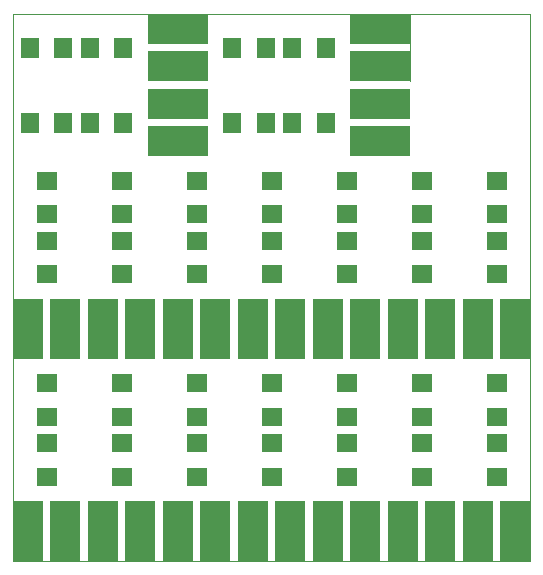
<source format=gbp>
G75*
%MOIN*%
%OFA0B0*%
%FSLAX25Y25*%
%IPPOS*%
%LPD*%
%AMOC8*
5,1,8,0,0,1.08239X$1,22.5*
%
%ADD10C,0.00000*%
%ADD11R,0.07098X0.06299*%
%ADD12R,0.10000X0.20000*%
%ADD13R,0.06299X0.07098*%
%ADD14R,0.20000X0.10000*%
D10*
X0001400Y0001400D02*
X0173900Y0001400D01*
X0173900Y0180150D01*
X0173900Y0183275D01*
X0173900Y0183900D01*
X0066400Y0183900D01*
X0002025Y0183900D01*
X0001439Y0183900D01*
X0001400Y0183900D02*
X0001400Y0001400D01*
X0026400Y0001400D02*
X0048900Y0001400D01*
X0051400Y0001400D02*
X0073900Y0001400D01*
X0076400Y0001400D02*
X0098900Y0001400D01*
X0101400Y0001400D02*
X0123900Y0001400D01*
X0126400Y0001400D02*
X0148900Y0001400D01*
X0001400Y0136400D02*
X0001400Y0158900D01*
X0068939Y0183900D02*
X0133900Y0183900D01*
X0133900Y0161400D01*
D11*
X0137650Y0128248D03*
X0137650Y0117052D03*
X0137650Y0108248D03*
X0137650Y0097052D03*
X0112650Y0097052D03*
X0112650Y0108248D03*
X0112650Y0117052D03*
X0112650Y0128248D03*
X0087650Y0128248D03*
X0087650Y0117052D03*
X0087650Y0108248D03*
X0087650Y0097052D03*
X0062650Y0097052D03*
X0062650Y0108248D03*
X0062650Y0117052D03*
X0062650Y0128248D03*
X0037650Y0128248D03*
X0037650Y0117052D03*
X0037650Y0108248D03*
X0037650Y0097052D03*
X0012650Y0097052D03*
X0012650Y0108248D03*
X0012650Y0117052D03*
X0012650Y0128248D03*
X0012650Y0060748D03*
X0012650Y0049552D03*
X0012650Y0040748D03*
X0012650Y0029552D03*
X0037650Y0029552D03*
X0037650Y0040748D03*
X0037650Y0049552D03*
X0037650Y0060748D03*
X0062650Y0060748D03*
X0062650Y0049552D03*
X0062650Y0040748D03*
X0062650Y0029552D03*
X0087650Y0029552D03*
X0087650Y0040748D03*
X0087650Y0049552D03*
X0087650Y0060748D03*
X0112650Y0060748D03*
X0112650Y0049552D03*
X0112650Y0040748D03*
X0112650Y0029552D03*
X0137650Y0029552D03*
X0137650Y0040748D03*
X0137650Y0049552D03*
X0137650Y0060748D03*
X0162650Y0060748D03*
X0162650Y0049552D03*
X0162650Y0040748D03*
X0162650Y0029552D03*
X0162650Y0097052D03*
X0162650Y0108248D03*
X0162650Y0117052D03*
X0162650Y0128248D03*
D12*
X0156400Y0078900D03*
X0143900Y0078900D03*
X0131400Y0078900D03*
X0118900Y0078900D03*
X0106400Y0078900D03*
X0093900Y0078900D03*
X0081400Y0078900D03*
X0068900Y0078900D03*
X0056400Y0078900D03*
X0043900Y0078900D03*
X0031400Y0078900D03*
X0018900Y0078900D03*
X0006400Y0078900D03*
X0006400Y0011400D03*
X0018900Y0011400D03*
X0031400Y0011400D03*
X0043900Y0011400D03*
X0056400Y0011400D03*
X0068900Y0011400D03*
X0081400Y0011400D03*
X0093900Y0011400D03*
X0106400Y0011400D03*
X0118900Y0011400D03*
X0131400Y0011400D03*
X0143900Y0011400D03*
X0156400Y0011400D03*
X0168900Y0011400D03*
X0168900Y0078900D03*
D13*
X0105748Y0147650D03*
X0094552Y0147650D03*
X0085748Y0147650D03*
X0074552Y0147650D03*
X0074552Y0172650D03*
X0085748Y0172650D03*
X0094552Y0172650D03*
X0105748Y0172650D03*
X0038248Y0172650D03*
X0027052Y0172650D03*
X0018248Y0172650D03*
X0007052Y0172650D03*
X0007052Y0147650D03*
X0018248Y0147650D03*
X0027052Y0147650D03*
X0038248Y0147650D03*
D14*
X0056400Y0141400D03*
X0056400Y0153900D03*
X0056400Y0166400D03*
X0056400Y0178900D03*
X0123900Y0178900D03*
X0123900Y0166400D03*
X0123900Y0153900D03*
X0123900Y0141400D03*
M02*

</source>
